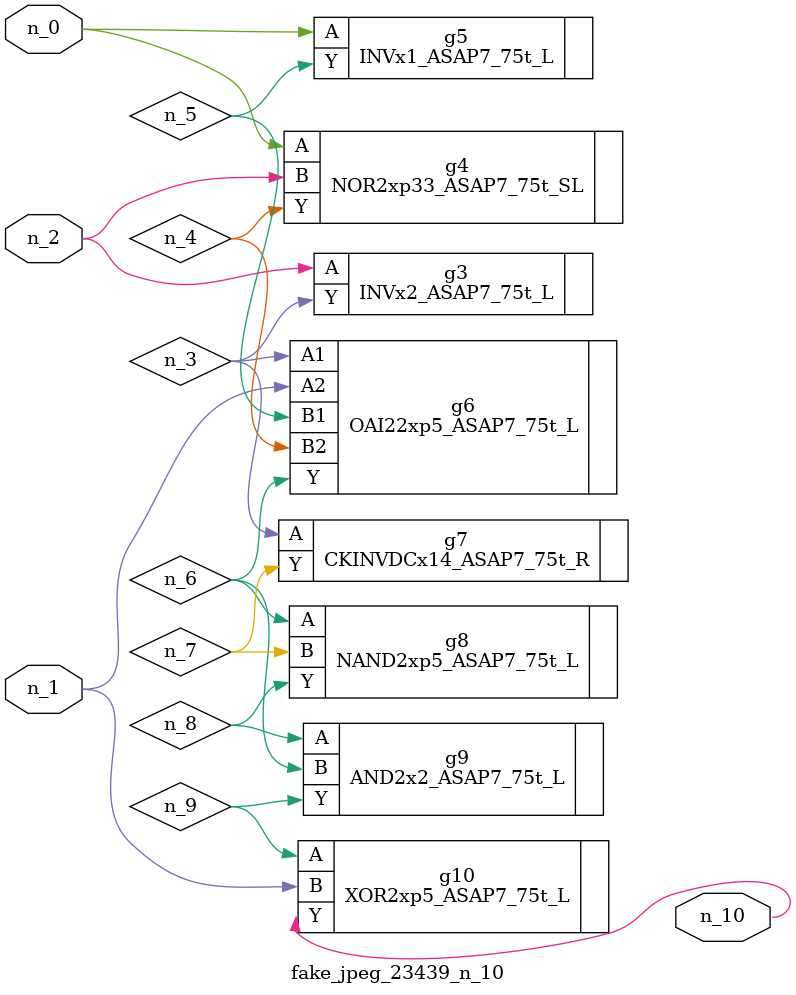
<source format=v>
module fake_jpeg_23439_n_10 (n_0, n_2, n_1, n_10);

input n_0;
input n_2;
input n_1;

output n_10;

wire n_3;
wire n_4;
wire n_8;
wire n_9;
wire n_6;
wire n_5;
wire n_7;

INVx2_ASAP7_75t_L g3 ( 
.A(n_2),
.Y(n_3)
);

NOR2xp33_ASAP7_75t_SL g4 ( 
.A(n_0),
.B(n_2),
.Y(n_4)
);

INVx1_ASAP7_75t_L g5 ( 
.A(n_0),
.Y(n_5)
);

OAI22xp5_ASAP7_75t_L g6 ( 
.A1(n_3),
.A2(n_1),
.B1(n_5),
.B2(n_4),
.Y(n_6)
);

NAND2xp5_ASAP7_75t_L g8 ( 
.A(n_6),
.B(n_7),
.Y(n_8)
);

CKINVDCx14_ASAP7_75t_R g7 ( 
.A(n_3),
.Y(n_7)
);

AND2x2_ASAP7_75t_L g9 ( 
.A(n_8),
.B(n_6),
.Y(n_9)
);

XOR2xp5_ASAP7_75t_L g10 ( 
.A(n_9),
.B(n_1),
.Y(n_10)
);


endmodule
</source>
